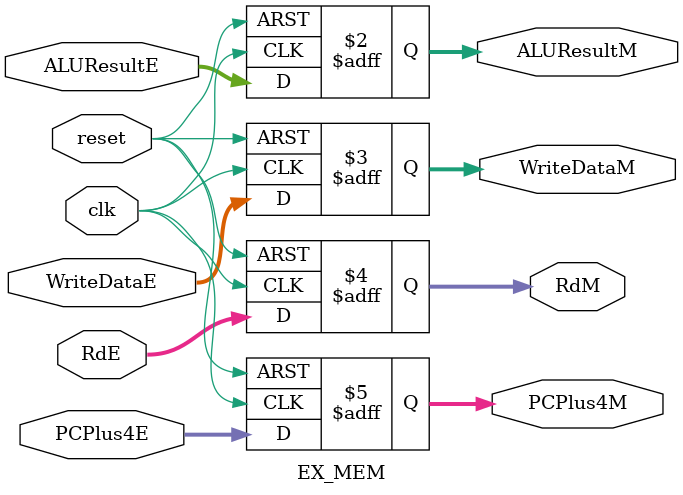
<source format=v>
/*
    Name: Pipeline register between Datapath Execution and Memory Access Stage
*/

module EX_MEM (
    input        clk,
    input        reset,
    input  [31:0] ALUResultE,
    input  [31:0] WriteDataE,
    input  [4:0]  RdE,
    input  [31:0] PCPlus4E,

    output reg [31:0] ALUResultM,
    output reg [31:0] WriteDataM,
    output reg [4:0]  RdM,
    output reg [31:0] PCPlus4M
);

    always @ (posedge clk or posedge reset) begin
        if (reset) begin
            ALUResultM <= 32'b0;
            WriteDataM <= 32'b0;
            RdM        <= 5'b0;
            PCPlus4M   <= 32'b0;
        end else begin
            ALUResultM <= ALUResultE;
            WriteDataM <= WriteDataE;
            RdM        <= RdE;
            PCPlus4M   <= PCPlus4E;
        end
    end

endmodule

</source>
